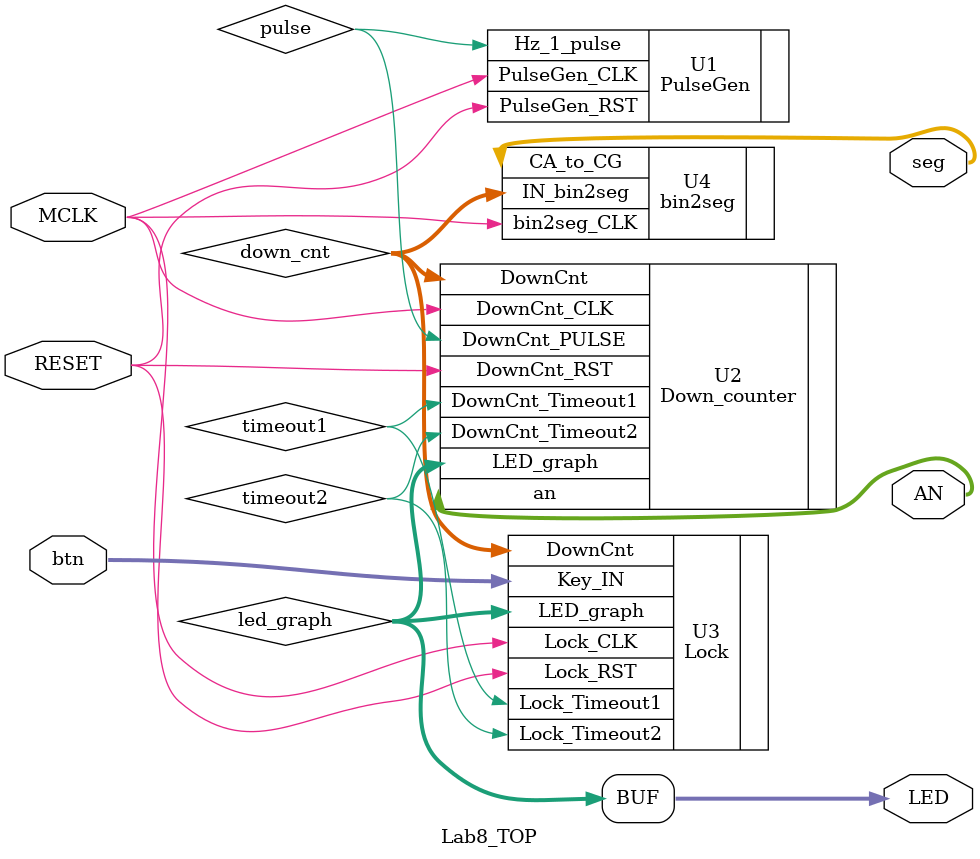
<source format=v>
`timescale 1ns / 1ps
/* *********************************************************************************
*	Module name: Lab8_TOP.v
*	Description: Verilog top module for Lab8. All needed modules are instantiated
*		     		 below. Inputs are Baysys2 MCLK, a reset switch on Baysys2 board and
*					 four pushbuttons. Outputs are a 7sd digit, AN select (for selecting 
*					 7sd on Baysys2 board) and 8 LEDs. 
*
*	Author	       	Date		     		Revision		Comments	
************************************************************************************
*	Leonardo Fusser   11 December 2021   v1.0.0		Created Lab8_TOP.v file.
*																	Completed Lab8_TOP.v file.
*
************************************************************************************/

/*Lab7_TOP module*/
module Lab8_TOP(
    input MCLK, RESET,	//MCLK and RESET inputs.
	 input [3:0] btn,		//Pushbutton inputs.
	 output [7:0] LED,	//LED outputs.
	 output [6:0] seg,	//7sd digit output.
	 output [3:0] AN		//7sd anode select output.
	 );

/*Internal wire declarations*/
wire pulse, timeout1, timeout2;		//1-second pulse and feedback from Lock.v to Down_counter.v module.
wire [3:0] down_cnt;						//Down count value.
wire [7:0] led_graph;					//Pushbutton input sequence illustration.

assign LED = led_graph;		//Assign to LED outputs.

/*PulseGen module instantiation*/
PulseGen U1(
	.PulseGen_CLK(MCLK),		//Provides MCLK as input to module.
	.PulseGen_RST(RESET),	//Provides RESET as input to module.
	.Hz_1_pulse(pulse)		//Takes 1-second pulse as output from module.
);

/*Down_counter module instatiation*/
Down_counter U2(
	.DownCnt_CLK(MCLK),				//Provides MCLK as input to module.
	.DownCnt_RST(RESET),				//Provides RESET as input to module.
	.DownCnt_PULSE(pulse),			//Provides 1-second pulse as input to module.
	.DownCnt_Timeout1(timeout1),	//Provides 4-second down count control signal as input to module.
	.DownCnt_Timeout2(timeout2),	//Provides 9-second down count control signal as input to module.
	.LED_graph(led_graph),			//Provides led_graph as input to module.
	.DownCnt(down_cnt),				//Takes down count value as output from module.
	.an(AN)								//Takes 7sd anode select as output from module.
);

/*Lock module instantiation*/
Lock U3(
	.Lock_CLK(MCLK),				//Provides MCLK as input to module.
	.Lock_RST(RESET),				//Provides RESET as input to module.
	.Lock_Timeout1(timeout1),	//Takes 4-second down count control signal as output from module.
	.Lock_Timeout2(timeout2),	//Takes 9-second down count control signal as output from module.
	.DownCnt(down_cnt),			//Provides down count value as input to module.
	.Key_IN(btn),					//Provides pushbuttons as input to module.
	.LED_graph(led_graph)		//Takes led_graph as output from module.
);

/*bin2seg module instantiation*/
bin2seg U4(
	.bin2seg_CLK(MCLK),		//Provides MCLK as input to module.
	.IN_bin2seg(down_cnt),	//Provides down count value as input to module.
	.CA_to_CG(seg)				//Takes 7sd digit value as output from module.
);

endmodule

</source>
